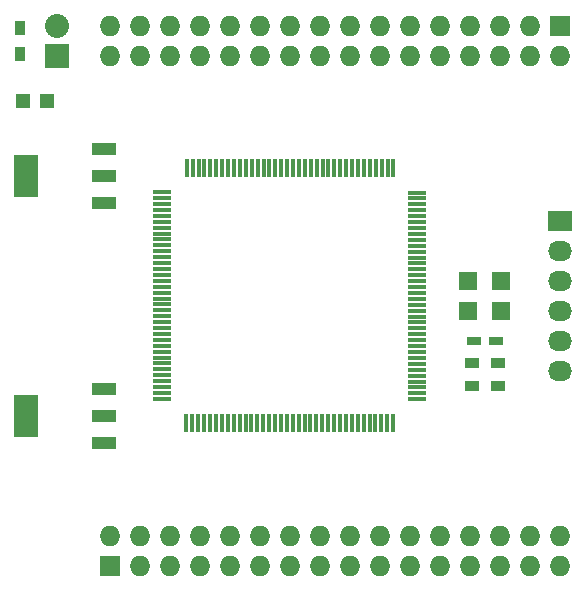
<source format=gbr>
G04 #@! TF.FileFunction,Soldermask,Top*
%FSLAX46Y46*%
G04 Gerber Fmt 4.6, Leading zero omitted, Abs format (unit mm)*
G04 Created by KiCad (PCBNEW (2015-05-28 BZR 5689)-product) date Wed Jul 29 02:52:55 2015*
%MOMM*%
G01*
G04 APERTURE LIST*
%ADD10C,0.100000*%
%ADD11R,1.200000X0.750000*%
%ADD12R,1.198880X1.198880*%
%ADD13R,1.727200X1.727200*%
%ADD14O,1.727200X1.727200*%
%ADD15R,0.900000X1.200000*%
%ADD16R,1.200000X0.900000*%
%ADD17R,1.600000X0.300000*%
%ADD18R,0.300000X1.600000*%
%ADD19R,2.032000X3.657600*%
%ADD20R,2.032000X1.016000*%
%ADD21R,1.524000X1.524000*%
%ADD22R,2.032000X2.032000*%
%ADD23O,2.032000X2.032000*%
%ADD24R,2.032000X1.727200*%
%ADD25O,2.032000X1.727200*%
G04 APERTURE END LIST*
D10*
D11*
X229550000Y-60960000D03*
X227650000Y-60960000D03*
D12*
X191549020Y-40640000D03*
X189450980Y-40640000D03*
D13*
X196850000Y-80010000D03*
D14*
X196850000Y-77470000D03*
X199390000Y-80010000D03*
X199390000Y-77470000D03*
X201930000Y-80010000D03*
X201930000Y-77470000D03*
X204470000Y-80010000D03*
X204470000Y-77470000D03*
X207010000Y-80010000D03*
X207010000Y-77470000D03*
X209550000Y-80010000D03*
X209550000Y-77470000D03*
X212090000Y-80010000D03*
X212090000Y-77470000D03*
X214630000Y-80010000D03*
X214630000Y-77470000D03*
X217170000Y-80010000D03*
X217170000Y-77470000D03*
X219710000Y-80010000D03*
X219710000Y-77470000D03*
X222250000Y-80010000D03*
X222250000Y-77470000D03*
X224790000Y-80010000D03*
X224790000Y-77470000D03*
X227330000Y-80010000D03*
X227330000Y-77470000D03*
X229870000Y-80010000D03*
X229870000Y-77470000D03*
X232410000Y-80010000D03*
X232410000Y-77470000D03*
X234950000Y-80010000D03*
X234950000Y-77470000D03*
D15*
X189230000Y-36660000D03*
X189230000Y-34460000D03*
D16*
X227500000Y-64770000D03*
X229700000Y-64770000D03*
X227500000Y-62865000D03*
X229700000Y-62865000D03*
D17*
X201295000Y-48387000D03*
X201295000Y-48887000D03*
X201295000Y-49387000D03*
X201295000Y-49887000D03*
X201295000Y-50387000D03*
X201295000Y-50887000D03*
X201295000Y-51387000D03*
X201295000Y-51887000D03*
X201295000Y-52387000D03*
X201295000Y-52887000D03*
X201295000Y-53387000D03*
X201295000Y-53887000D03*
X201295000Y-54387000D03*
X201295000Y-54887000D03*
X201295000Y-55387000D03*
X201295000Y-55887000D03*
X201295000Y-56387000D03*
X201295000Y-56887000D03*
X201295000Y-57387000D03*
X201295000Y-57887000D03*
X201295000Y-58387000D03*
X201295000Y-58887000D03*
X201295000Y-59387000D03*
X201295000Y-59887000D03*
X201295000Y-60387000D03*
X201295000Y-60887000D03*
X201295000Y-61387000D03*
X201295000Y-61887000D03*
X201295000Y-62387000D03*
X201295000Y-62887000D03*
X201295000Y-63387000D03*
X201295000Y-63887000D03*
X201295000Y-64387000D03*
X201295000Y-64887000D03*
X201295000Y-65387000D03*
X201295000Y-65887000D03*
D18*
X203327000Y-67945000D03*
D17*
X222885000Y-65913000D03*
D18*
X203827000Y-67945000D03*
X204327000Y-67945000D03*
X204827000Y-67945000D03*
X205327000Y-67945000D03*
X205827000Y-67945000D03*
X206327000Y-67945000D03*
X206827000Y-67945000D03*
X207327000Y-67945000D03*
X207827000Y-67945000D03*
X208327000Y-67945000D03*
X208827000Y-67945000D03*
X209327000Y-67945000D03*
X209827000Y-67945000D03*
X210327000Y-67945000D03*
X210827000Y-67945000D03*
X211327000Y-67945000D03*
X211827000Y-67945000D03*
X212327000Y-67945000D03*
X212827000Y-67945000D03*
X213327000Y-67945000D03*
X213827000Y-67945000D03*
X214327000Y-67945000D03*
X214827000Y-67945000D03*
X215327000Y-67945000D03*
X215827000Y-67945000D03*
X216327000Y-67945000D03*
X216827000Y-67945000D03*
X217327000Y-67945000D03*
X217827000Y-67945000D03*
X218327000Y-67945000D03*
X218827000Y-67945000D03*
X219327000Y-67945000D03*
X219827000Y-67945000D03*
X220327000Y-67945000D03*
X220827000Y-67945000D03*
D17*
X222885000Y-65413000D03*
X222885000Y-64913000D03*
X222885000Y-64413000D03*
X222885000Y-63913000D03*
X222885000Y-63413000D03*
X222885000Y-62913000D03*
X222885000Y-62413000D03*
X222885000Y-61913000D03*
X222885000Y-61413000D03*
X222885000Y-60913000D03*
X222885000Y-60413000D03*
X222885000Y-59913000D03*
X222885000Y-59413000D03*
X222885000Y-58913000D03*
X222885000Y-58413000D03*
X222885000Y-57913000D03*
X222885000Y-57413000D03*
X222885000Y-56913000D03*
X222885000Y-56413000D03*
X222885000Y-55913000D03*
X222885000Y-55413000D03*
X222885000Y-54913000D03*
X222885000Y-54413000D03*
X222885000Y-53913000D03*
X222885000Y-53413000D03*
X222885000Y-52913000D03*
X222885000Y-52413000D03*
X222885000Y-51913000D03*
X222885000Y-51413000D03*
X222885000Y-50913000D03*
X222885000Y-50413000D03*
X222885000Y-49913000D03*
X222885000Y-49413000D03*
X222885000Y-48913000D03*
X222885000Y-48413000D03*
D18*
X220853000Y-46355000D03*
X220353000Y-46355000D03*
X219853000Y-46355000D03*
X219353000Y-46355000D03*
X218853000Y-46355000D03*
X218353000Y-46355000D03*
X217853000Y-46355000D03*
X217353000Y-46355000D03*
X216853000Y-46355000D03*
X216353000Y-46355000D03*
X215853000Y-46355000D03*
X215353000Y-46355000D03*
X214853000Y-46355000D03*
X214353000Y-46355000D03*
X213853000Y-46355000D03*
X213353000Y-46355000D03*
X212853000Y-46355000D03*
X212353000Y-46355000D03*
X211853000Y-46355000D03*
X211353000Y-46355000D03*
X210853000Y-46355000D03*
X210353000Y-46355000D03*
X209853000Y-46355000D03*
X209353000Y-46355000D03*
X208853000Y-46355000D03*
X208353000Y-46355000D03*
X207853000Y-46355000D03*
X207353000Y-46355000D03*
X206853000Y-46355000D03*
X206353000Y-46355000D03*
X205853000Y-46355000D03*
X205353000Y-46355000D03*
X204853000Y-46355000D03*
X204353000Y-46355000D03*
X203853000Y-46355000D03*
X203353000Y-46355000D03*
D19*
X189738000Y-46990000D03*
D20*
X196342000Y-46990000D03*
X196342000Y-44704000D03*
X196342000Y-49276000D03*
D19*
X189738000Y-67310000D03*
D20*
X196342000Y-67310000D03*
X196342000Y-65024000D03*
X196342000Y-69596000D03*
D21*
X229997000Y-58420000D03*
X229997000Y-55880000D03*
X227203000Y-55880000D03*
X227203000Y-58420000D03*
D22*
X192405000Y-36830000D03*
D23*
X192405000Y-34290000D03*
D13*
X234950000Y-34290000D03*
D14*
X234950000Y-36830000D03*
X232410000Y-34290000D03*
X232410000Y-36830000D03*
X229870000Y-34290000D03*
X229870000Y-36830000D03*
X227330000Y-34290000D03*
X227330000Y-36830000D03*
X224790000Y-34290000D03*
X224790000Y-36830000D03*
X222250000Y-34290000D03*
X222250000Y-36830000D03*
X219710000Y-34290000D03*
X219710000Y-36830000D03*
X217170000Y-34290000D03*
X217170000Y-36830000D03*
X214630000Y-34290000D03*
X214630000Y-36830000D03*
X212090000Y-34290000D03*
X212090000Y-36830000D03*
X209550000Y-34290000D03*
X209550000Y-36830000D03*
X207010000Y-34290000D03*
X207010000Y-36830000D03*
X204470000Y-34290000D03*
X204470000Y-36830000D03*
X201930000Y-34290000D03*
X201930000Y-36830000D03*
X199390000Y-34290000D03*
X199390000Y-36830000D03*
X196850000Y-34290000D03*
X196850000Y-36830000D03*
D24*
X234950000Y-50800000D03*
D25*
X234950000Y-53340000D03*
X234950000Y-55880000D03*
X234950000Y-58420000D03*
X234950000Y-60960000D03*
X234950000Y-63500000D03*
M02*

</source>
